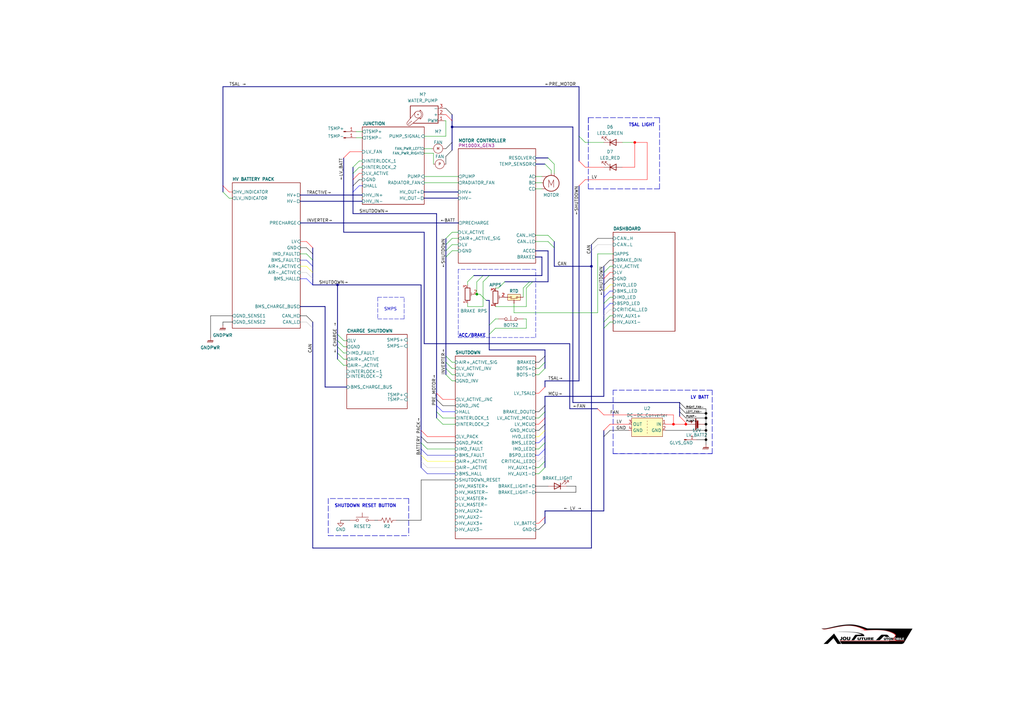
<source format=kicad_sch>
(kicad_sch (version 20211123) (generator eeschema)
  (paper "A3")
  (lib_symbols
    (symbol "A-FA_PARTS:DC-DC_Converter"
      (property "Reference" "U" (at 0 0 0))
      (property "Value" "DC-DC_Converter" (at 0 0 0))
      (symbol "DC-DC_Converter_0_1"
        (rectangle (start -6.35 -2.54) (end 6.35 -10.16) (stroke (width 0.1524)) (fill (type background)))
        (polyline (pts (xy 0 -8.382) (xy 0 -8.89)) (stroke (width 0.1)))
        (polyline (pts (xy 0 -7.239) (xy 0 -7.747)) (stroke (width 0.1)))
        (polyline (pts (xy 0 -6.096) (xy 0 -6.604)) (stroke (width 0.1)))
        (polyline (pts (xy 0 -4.826) (xy 0 -5.334)) (stroke (width 0.1)))
        (polyline (pts (xy 0 -3.683) (xy 0 -4.191)) (stroke (width 0.1)))
        (rectangle (start 5.08 -5.08) (end 5.08 -5.08) (stroke (width 0.1524)))
      )
      (symbol "DC-DC_Converter_1_1"
        (pin passive line (at 7.62 -5.08 180) (length 1.27) (name "IN") (number "1"))
        (pin passive line (at 7.62 -7.62 180) (length 1.27) (name "GND") (number "2"))
        (pin passive line (at -7.62 -5.08 0) (length 1.27) (name "OUT") (number "3"))
        (pin passive line (at -7.62 -7.62 0) (length 1.27) (name "GND") (number "4"))
      )
    )
    (symbol "A-FA_PARTS:FAN" (pin_names (offset 0))
      (property "Reference" "M" (at 1.27 1.27 0))
      (property "Value" "FAN" (at 1.27 -3.81 0))
      (symbol "FAN_0_0"
        (text "M" (at 0 -1.27 900) (effects (font (size 1 1))))
      )
      (symbol "FAN_0_1"
        (circle (center 0 -1.27) (radius 1.888) (stroke (width 0.1524)))
      )
      (symbol "FAN_1_1"
        (pin passive line (at 0 -3.81 90) (length 0.6) (name "") (number ""))
        (pin passive line (at 0 1.27 270) (length 0.6) (name "") (number ""))
      )
    )
    (symbol "A-FA_PARTS:MOTOR" (pin_names (offset 0))
      (property "Reference" "M" (at 2.54 2.54 0))
      (property "Value" "MOTOR" (at 2.54 -5.08 0))
      (symbol "MOTOR_0_0"
        (text "M" (at 0 -1.778 0) (effects (font (size 3 3))))
      )
      (symbol "MOTOR_0_1"
        (circle (center 0 -1.524) (radius 3.2512) (stroke (width 0.254)))
      )
      (symbol "MOTOR_1_0"
        (pin passive line (at -3.81 1.27 0) (length 2.2) (name "") (number ""))
      )
      (symbol "MOTOR_1_1"
        (pin passive line (at -3.81 -3.81 0) (length 1.4) (name "") (number ""))
        (pin passive line (at -3.81 -1.27 0) (length 0.5) (name "") (number ""))
        (pin passive line (at 0 2.54 270) (length 0.8) (name "") (number ""))
        (pin passive line (at 1.27 2.54 270) (length 1) (name "") (number ""))
      )
    )
    (symbol "A-FA_PARTS:PUMP"
      (property "Reference" "M" (at 0 0 0))
      (property "Value" "PUMP" (at 3.556 -7.112 0))
      (symbol "PUMP_0_0"
        (text "P" (at 0 -4.064 900) (effects (font (size 1 1))))
      )
      (symbol "PUMP_0_1"
        (circle (center 0 -4.064) (radius 1.888) (stroke (width 0.1524)))
      )
      (symbol "PUMP_1_1"
        (pin passive line (at 0 -6.604 90) (length 0.6) (name "") (number ""))
        (pin passive line (at 0 -1.524 270) (length 0.6) (name "") (number ""))
      )
    )
    (symbol "A-FA_PARTS:RELAY_SMALL"
      (property "Reference" "U" (at 0 0 0))
      (property "Value" "RELAY_SMALL" (at 0 0 0))
      (symbol "RELAY_SMALL_0_1"
        (rectangle (start -1.27 -1.27) (end 3.81 -3.81) (fill (type background)))
        (circle (center 0 -2.54) (radius 0.3253))
        (polyline (pts (xy 0 -2.8956) (xy 2.6416 -3.2512)))
        (polyline (pts (xy 1.27 -3.7084) (xy 1.27 -3.5814)) (stroke (width 0.05)))
        (polyline (pts (xy 1.27 -3.5052) (xy 1.27 -3.3782)) (stroke (width 0.05)))
        (polyline (pts (xy 1.27 -3.302) (xy 1.27 -3.175)) (stroke (width 0.05)))
        (polyline (pts (xy 3.8608 -2.54) (xy 2.8956 -2.54)))
        (polyline (pts (xy -1.2192 -2.54) (xy -0.3556 -2.54) (xy -0.4064 -2.54)))
        (circle (center 2.54 -2.54) (radius 0.3253))
      )
      (symbol "RELAY_SMALL_1_1"
        (pin input line (at -2.54 -2.54 0) (length 1.27) (name "") (number ""))
        (pin input line (at 1.27 -5.08 90) (length 1.27) (name "") (number ""))
        (pin input line (at 5.08 -2.54 180) (length 1.27) (name "") (number ""))
      )
    )
    (symbol "Connector:Conn_01x01_Male" (pin_names (offset 1.016) hide)
      (property "Reference" "J" (at 0 2.54 0))
      (property "Value" "Conn_01x01_Male" (at 0 -2.54 0))
      (symbol "Conn_01x01_Male_1_1"
        (polyline (pts (xy 1.27 0) (xy 0.8636 0)) (stroke (width 0.1524)))
        (rectangle (start 0.8636 0.127) (end 0 -0.127) (stroke (width 0.1524)) (fill (type outline)))
        (pin passive line (at 5.08 0 180) (length 3.81) (name "Pin_1") (number "1"))
      )
    )
    (symbol "Device:Battery_Cell" (pin_numbers hide) (pin_names (offset 0) hide)
      (property "Reference" "BT" (at 2.54 2.54 0))
      (property "Value" "Battery_Cell" (at 2.54 0 0))
      (symbol "Battery_Cell_0_1"
        (rectangle (start -2.286 1.778) (end 2.286 1.524) (fill (type outline)))
        (rectangle (start -1.5748 1.1938) (end 1.4732 0.6858) (fill (type outline)))
        (polyline (pts (xy 0 0.762) (xy 0 0)))
        (polyline (pts (xy 0 1.778) (xy 0 2.54)))
        (polyline (pts (xy 0.508 3.429) (xy 1.524 3.429)) (stroke (width 0.254)))
        (polyline (pts (xy 1.016 3.937) (xy 1.016 2.921)) (stroke (width 0.254)))
      )
      (symbol "Battery_Cell_1_1"
        (pin passive line (at 0 5.08 270) (length 2.54) (name "+") (number "1"))
        (pin passive line (at 0 -2.54 90) (length 2.54) (name "-") (number "2"))
      )
    )
    (symbol "Device:LED" (pin_numbers hide) (pin_names (offset 1.016) hide)
      (property "Reference" "D" (at 0 2.54 0))
      (property "Value" "LED" (at 0 -2.54 0))
      (symbol "LED_0_1"
        (polyline (pts (xy -1.27 -1.27) (xy -1.27 1.27)) (stroke (width 0.254)))
        (polyline (pts (xy -1.27 0) (xy 1.27 0)))
        (polyline (pts (xy 1.27 -1.27) (xy 1.27 1.27) (xy -1.27 0) (xy 1.27 -1.27)) (stroke (width 0.254)))
        (polyline (pts (xy -3.048 -0.762) (xy -4.572 -2.286) (xy -3.81 -2.286) (xy -4.572 -2.286) (xy -4.572 -1.524)))
        (polyline (pts (xy -1.778 -0.762) (xy -3.302 -2.286) (xy -2.54 -2.286) (xy -3.302 -2.286) (xy -3.302 -1.524)))
      )
      (symbol "LED_1_1"
        (pin passive line (at -3.81 0 0) (length 2.54) (name "K") (number "1"))
        (pin passive line (at 3.81 0 180) (length 2.54) (name "A") (number "2"))
      )
    )
    (symbol "Device:R_Potentiometer_Trim" (pin_names (offset 1.016) hide)
      (property "Reference" "RV" (at -4.445 0 90))
      (property "Value" "R_Potentiometer_Trim" (at -2.54 0 90))
      (symbol "R_Potentiometer_Trim_0_1"
        (polyline (pts (xy 1.524 0.762) (xy 1.524 -0.762)))
        (polyline (pts (xy 2.54 0) (xy 1.524 0)))
        (rectangle (start 1.016 2.54) (end -1.016 -2.54) (stroke (width 0.254)))
      )
      (symbol "R_Potentiometer_Trim_1_1"
        (pin passive line (at 0 3.81 270) (length 1.27) (name "1") (number "1"))
        (pin passive line (at 3.81 0 180) (length 1.27) (name "2") (number "2"))
        (pin passive line (at 0 -3.81 90) (length 1.27) (name "3") (number "3"))
      )
    )
    (symbol "Device:R_US" (pin_numbers hide) (pin_names (offset 0))
      (property "Reference" "R" (at 2.54 0 90))
      (property "Value" "R_US" (at -2.54 0 90))
      (symbol "R_US_0_1"
        (polyline (pts (xy 0 -2.286) (xy 0 -2.54)))
        (polyline (pts (xy 0 2.286) (xy 0 2.54)))
        (polyline (pts (xy 0 -0.762) (xy 1.016 -1.143) (xy 0 -1.524) (xy -1.016 -1.905) (xy 0 -2.286)))
        (polyline (pts (xy 0 0.762) (xy 1.016 0.381) (xy 0 0) (xy -1.016 -0.381) (xy 0 -0.762)))
        (polyline (pts (xy 0 2.286) (xy 1.016 1.905) (xy 0 1.524) (xy -1.016 1.143) (xy 0 0.762)))
      )
      (symbol "R_US_1_1"
        (pin passive line (at 0 3.81 270) (length 1.27) (name "~") (number "1"))
        (pin passive line (at 0 -3.81 90) (length 1.27) (name "~") (number "2"))
      )
    )
    (symbol "Motor:Motor_Servo" (pin_names (offset 0.0254))
      (property "Reference" "M" (at -5.08 4.445 0))
      (property "Value" "Motor_Servo" (at -5.08 -4.064 0))
      (symbol "Motor_Servo_0_1"
        (polyline (pts (xy 2.413 -1.778) (xy 2.032 -1.778)))
        (polyline (pts (xy 2.413 -1.778) (xy 2.286 -1.397)))
        (polyline (pts (xy 2.413 1.778) (xy 1.905 1.778)))
        (polyline (pts (xy 2.413 1.778) (xy 2.286 1.397)))
        (polyline (pts (xy 6.35 4.445) (xy 2.54 1.27)))
        (polyline (pts (xy 7.62 3.175) (xy 4.191 -1.016)))
        (polyline (pts (xy 5.08 3.556) (xy -5.08 3.556) (xy -5.08 -3.556) (xy 6.35 -3.556) (xy 6.35 1.524)) (stroke (width 0.254)))
        (arc (start 2.413 1.778) (mid 1.2406 0) (end 2.413 -1.778))
        (circle (center 3.175 0) (radius 0.1778))
        (circle (center 3.175 0) (radius 1.4224))
        (circle (center 5.969 2.794) (radius 0.127))
        (circle (center 6.477 3.302) (radius 0.127))
        (circle (center 6.985 3.81) (radius 0.127))
        (arc (start 7.62 3.175) (mid 7.4485 4.2735) (end 6.35 4.445))
      )
      (symbol "Motor_Servo_1_1"
        (pin passive line (at -7.62 2.54 0) (length 2.54) (name "PWM") (number "1"))
        (pin passive line (at -7.62 0 0) (length 2.54) (name "+") (number "2"))
        (pin passive line (at -7.62 -2.54 0) (length 2.54) (name "-") (number "3"))
      )
    )
    (symbol "Switch:SW_Push" (pin_numbers hide) (pin_names (offset 1.016) hide)
      (property "Reference" "SW" (at 1.27 2.54 0))
      (property "Value" "SW_Push" (at 0 -1.524 0))
      (symbol "SW_Push_0_1"
        (circle (center -2.032 0) (radius 0.508))
        (polyline (pts (xy 0 1.27) (xy 0 3.048)))
        (polyline (pts (xy 2.54 1.27) (xy -2.54 1.27)))
        (circle (center 2.032 0) (radius 0.508))
        (pin passive line (at -5.08 0 0) (length 2.54) (name "1") (number "1"))
        (pin passive line (at 5.08 0 180) (length 2.54) (name "2") (number "2"))
      )
    )
    (symbol "Switch:SW_Push_Open" (pin_numbers hide) (pin_names (offset 1.016) hide)
      (property "Reference" "SW" (at 0 2.54 0))
      (property "Value" "SW_Push_Open" (at 0 -1.905 0))
      (symbol "SW_Push_Open_0_1"
        (circle (center -2.032 0) (radius 0.508))
        (polyline (pts (xy -2.54 -0.635) (xy 2.54 -0.635)))
        (polyline (pts (xy 0 -0.635) (xy 0 1.27)))
        (circle (center 2.032 0) (radius 0.508))
        (pin passive line (at -5.08 0 0) (length 2.54) (name "A") (number "1"))
      )
      (symbol "SW_Push_Open_1_1"
        (pin passive line (at 5.08 0 180) (length 2.54) (name "B") (number "2"))
      )
    )
    (symbol "power:GND" (power) (pin_names (offset 0))
      (property "Value" "GND" (at 0 -3.81 0))
      (symbol "GND_0_1"
        (polyline (pts (xy 0 0) (xy 0 -1.27) (xy 1.27 -1.27) (xy 0 -2.54) (xy -1.27 -1.27) (xy 0 -1.27)))
      )
      (symbol "GND_1_1"
        (pin power_in line (at 0 0 270) (length 0) hide (name "GND") (number "1"))
      )
    )
    (symbol "power:GNDPWR" (power) (pin_names (offset 0))
      (property "Value" "GNDPWR" (at 0 -3.302 0))
      (symbol "GNDPWR_0_1"
        (polyline (pts (xy 0 -1.27) (xy 0 0)))
        (polyline (pts (xy -1.016 -1.27) (xy -1.27 -2.032) (xy -1.27 -2.032)) (stroke (width 0.2032)))
        (polyline (pts (xy -0.508 -1.27) (xy -0.762 -2.032) (xy -0.762 -2.032)) (stroke (width 0.2032)))
        (polyline (pts (xy 0 -1.27) (xy -0.254 -2.032) (xy -0.254 -2.032)) (stroke (width 0.2032)))
        (polyline (pts (xy 0.508 -1.27) (xy 0.254 -2.032) (xy 0.254 -2.032)) (stroke (width 0.2032)))
        (polyline (pts (xy 1.016 -1.27) (xy -1.016 -1.27) (xy -1.016 -1.27)) (stroke (width 0.2032)))
        (polyline (pts (xy 1.016 -1.27) (xy 0.762 -2.032) (xy 0.762 -2.032) (xy 0.762 -2.032)) (stroke (width 0.2032)))
      )
      (symbol "GNDPWR_1_1"
        (pin power_in line (at 0 0 270) (length 0) hide (name "GNDPWR") (number "1"))
      )
    )
  )
  (junction (at 289.56 180.34) (color 0 0 0 1))
  (junction (at 289.56 171.45) (color 0 0 0 1))
  (junction (at 289.56 173.99) (color 0 0 0 1))
  (junction (at 242.57 109.22))
  (junction (at 195.58 120.65))
  (junction (at 289.56 176.53) (color 0 0 0 1))
  (junction (at 289.56 169.545) (color 0 0 0 1))
  (junction (at 185.42 52.07))
  (junction (at 138.43 116.84))
  (junction (at 276.225 173.99) (color 255 0 0 1))
  (junction (at 260.35 58.42) (color 255 0 0 1))
  (junction (at 281.305 173.99) (color 255 0 0 1))
  (bus_entry (at 125.73 101.6) (size 2.54 2.54) (stroke (width 0) (color 0 0 0 1)))
  (bus_entry (at 125.73 106.68) (size 2.54 2.54) (stroke (width 0) (color 0 0 194 1)))
  (bus_entry (at 125.73 99.06) (size 2.54 2.54) (stroke (width 0) (color 255 0 0 1)))
  (bus_entry (at 125.73 104.14) (size 2.54 2.54))
  (bus_entry (at 125.73 111.76) (size 2.54 2.54) (stroke (width 0) (color 194 194 194 1)))
  (bus_entry (at 125.73 109.22) (size 2.54 2.54) (stroke (width 0) (color 255 255 0 1)))
  (bus_entry (at 203.2 130.81) (size -2.54 2.54))
  (bus_entry (at 147.32 68.58) (size -2.54 2.54))
  (bus_entry (at 250.19 129.54) (size -2.54 2.54))
  (bus_entry (at 223.52 158.75) (size -2.54 2.54) (stroke (width 0) (color 255 0 0 1)))
  (bus_entry (at 240.03 73.66) (size -2.54 2.54) (stroke (width 0) (color 255 0 0 1)))
  (bus_entry (at 147.32 73.66) (size -2.54 2.54) (stroke (width 0) (color 0 0 0 1)))
  (bus_entry (at 224.79 99.06) (size 2.54 2.54))
  (bus_entry (at 194.31 113.03) (size -2.54 2.54))
  (bus_entry (at 198.12 113.03) (size -2.54 2.54))
  (bus_entry (at 200.66 113.03) (size -2.54 2.54))
  (bus_entry (at 223.52 67.31) (size 2.54 2.54))
  (bus_entry (at 223.52 168.91) (size -2.54 2.54) (stroke (width 0) (color 0 132 0 1)))
  (bus_entry (at 223.52 171.45) (size -2.54 2.54) (stroke (width 0) (color 255 0 0 1)))
  (bus_entry (at 223.52 173.99) (size -2.54 2.54) (stroke (width 0) (color 0 0 0 1)))
  (bus_entry (at 223.52 176.53) (size -2.54 2.54) (stroke (width 0) (color 255 255 0 1)))
  (bus_entry (at 223.52 186.69) (size -2.54 2.54) (stroke (width 0) (color 194 194 194 1)))
  (bus_entry (at 223.52 181.61) (size -2.54 2.54))
  (bus_entry (at 223.52 184.15) (size -2.54 2.54) (stroke (width 0) (color 0 0 255 1)))
  (bus_entry (at 223.52 179.07) (size -2.54 2.54) (stroke (width 0) (color 0 0 255 1)))
  (bus_entry (at 138.43 137.16) (size 2.54 2.54))
  (bus_entry (at 223.52 166.37) (size -2.54 2.54) (stroke (width 0) (color 0 0 0 1)))
  (bus_entry (at 185.42 58.42) (size -2.54 2.54) (stroke (width 0) (color 0 0 0 1)))
  (bus_entry (at 179.07 168.91) (size 2.54 2.54))
  (bus_entry (at 172.72 189.23) (size 2.54 2.54) (stroke (width 0) (color 194 194 194 1)))
  (bus_entry (at 179.07 161.29) (size 2.54 2.54) (stroke (width 0) (color 255 0 0 1)))
  (bus_entry (at 179.07 163.83) (size 2.54 2.54) (stroke (width 0) (color 0 0 0 1)))
  (bus_entry (at 196.85 120.65) (size 2.54 2.54))
  (bus_entry (at 147.32 76.2) (size -2.54 2.54) (stroke (width 0) (color 0 0 255 1)))
  (bus_entry (at 147.32 66.04) (size -2.54 2.54))
  (bus_entry (at 185.42 49.53) (size -2.54 -2.54) (stroke (width 0) (color 255 0 0 1)))
  (bus_entry (at 278.765 165.1) (size 2.54 2.54) (stroke (width 0) (color 0 0 0 1)))
  (bus_entry (at 172.72 179.07) (size 2.54 2.54) (stroke (width 0) (color 0 0 0 1)))
  (bus_entry (at 245.11 167.64) (size 2.54 2.54) (stroke (width 0) (color 255 0 0 1)))
  (bus_entry (at 250.19 176.53) (size -2.54 2.54) (stroke (width 0) (color 0 0 0 1)))
  (bus_entry (at 250.19 132.08) (size -2.54 2.54))
  (bus_entry (at 172.72 191.77) (size 2.54 2.54) (stroke (width 0) (color 0 0 194 1)))
  (bus_entry (at 223.52 214.63) (size -2.54 2.54) (stroke (width 0) (color 0 0 0 1)))
  (bus_entry (at 220.98 214.63) (size 2.54 -2.54) (stroke (width 0) (color 255 0 0 1)))
  (bus_entry (at 505.46 110.49) (size 2.54 2.54))
  (bus_entry (at 147.32 71.12) (size -2.54 2.54) (stroke (width 0) (color 255 0 0 1)))
  (bus_entry (at 223.52 189.23) (size -2.54 2.54))
  (bus_entry (at 185.42 46.99) (size -2.54 -2.54) (stroke (width 0) (color 0 0 0 1)))
  (bus_entry (at 245.11 97.79) (size -2.54 2.54) (stroke (width 0) (color 0 0 0 1)))
  (bus_entry (at 245.11 100.33) (size -2.54 2.54) (stroke (width 0) (color 194 194 194 1)))
  (bus_entry (at 172.72 181.61) (size 2.54 2.54))
  (bus_entry (at 250.19 106.68) (size -2.54 2.54) (stroke (width 0) (color 0 0 0 1)))
  (bus_entry (at 179.07 166.37) (size 2.54 2.54) (stroke (width 0) (color 0 0 255 1)))
  (bus_entry (at 250.19 119.38) (size -2.54 2.54) (stroke (width 0) (color 0 0 255 1)))
  (bus_entry (at 250.19 121.92) (size -2.54 2.54))
  (bus_entry (at 250.19 116.84) (size -2.54 2.54) (stroke (width 0) (color 255 255 0 1)))
  (bus_entry (at 250.19 109.22) (size -2.54 2.54))
  (bus_entry (at 250.19 111.76) (size -2.54 2.54) (stroke (width 0) (color 255 0 0 1)))
  (bus_entry (at 250.19 114.3) (size -2.54 2.54) (stroke (width 0) (color 0 0 0 1)))
  (bus_entry (at 250.19 124.46) (size -2.54 2.54) (stroke (width 0) (color 0 0 255 1)))
  (bus_entry (at 250.19 127) (size -2.54 2.54) (stroke (width 0) (color 194 194 194 1)))
  (bus_entry (at 278.765 170.815) (size 2.54 2.54) (stroke (width 0) (color 255 0 0 1)))
  (bus_entry (at 240.03 68.58) (size -2.54 -2.54) (stroke (width 0) (color 255 0 0 1)))
  (bus_entry (at 125.73 129.54) (size 2.54 2.54) (stroke (width 0) (color 0 0 0 1)))
  (bus_entry (at 125.73 132.08) (size 2.54 2.54) (stroke (width 0) (color 194 194 194 1)))
  (bus_entry (at 240.03 58.42) (size -2.54 -2.54))
  (bus_entry (at 91.44 78.74) (size 2.54 2.54))
  (bus_entry (at 91.44 76.2) (size 2.54 2.54) (stroke (width 0) (color 255 0 0 1)))
  (bus_entry (at 138.43 147.32) (size 2.54 2.54))
  (bus_entry (at 138.43 144.78) (size 2.54 2.54))
  (bus_entry (at 138.43 142.24) (size 2.54 2.54))
  (bus_entry (at 138.43 139.7) (size 2.54 2.54))
  (bus_entry (at 172.72 176.53) (size 2.54 2.54) (stroke (width 0) (color 255 0 0 1)))
  (bus_entry (at 172.72 184.15) (size 2.54 2.54) (stroke (width 0) (color 0 0 194 1)))
  (bus_entry (at 217.17 115.57) (size -2.54 2.54))
  (bus_entry (at 218.44 115.57) (size -2.54 2.54))
  (bus_entry (at 278.765 168.91) (size 2.54 2.54) (stroke (width 0) (color 0 0 0 1)))
  (bus_entry (at 182.88 148.59) (size 2.54 2.54))
  (bus_entry (at 182.88 146.05) (size 2.54 2.54))
  (bus_entry (at 182.88 151.13) (size 2.54 2.54))
  (bus_entry (at 182.88 153.67) (size 2.54 2.54))
  (bus_entry (at 207.01 115.57) (size -2.54 2.54))
  (bus_entry (at 250.19 173.99) (size -2.54 2.54) (stroke (width 0) (color 255 0 0 1)))
  (bus_entry (at 185.42 95.25) (size -2.54 2.54))
  (bus_entry (at 185.42 100.33) (size -2.54 2.54))
  (bus_entry (at 185.42 97.79) (size -2.54 2.54))
  (bus_entry (at 179.07 171.45) (size 2.54 2.54))
  (bus_entry (at 125.73 114.3) (size 2.54 2.54) (stroke (width 0) (color 0 0 255 1)))
  (bus_entry (at 143.51 62.23) (size -2.54 2.54) (stroke (width 0) (color 255 0 0 1)))
  (bus_entry (at 223.52 151.13) (size -2.54 2.54))
  (bus_entry (at 223.52 148.59) (size -2.54 2.54))
  (bus_entry (at 172.72 186.69) (size 2.54 2.54) (stroke (width 0) (color 255 255 0 1)))
  (bus_entry (at 185.42 61.595) (size -2.54 2.54) (stroke (width 0) (color 0 0 0 1)))
  (bus_entry (at 224.79 96.52) (size 2.54 2.54))
  (bus_entry (at 224.79 64.77) (size 2.54 2.54))
  (bus_entry (at 278.765 167.005) (size 2.54 2.54) (stroke (width 0) (color 0 0 0 1)))
  (bus_entry (at 203.2 134.62) (size -2.54 2.54))
  (bus_entry (at 185.42 102.87) (size -2.54 2.54))
  (bus_entry (at 223.52 146.05) (size -2.54 2.54) (stroke (width 0) (color 0 0 0 1)))
  (bus_entry (at 223.52 191.77) (size -2.54 2.54))
  (bus (pts (xy 223.52 166.37) (xy 223.52 168.91)))
  (bus (pts (xy 144.78 76.2) (xy 144.78 78.74)))
  (wire (pts (xy 203.2 134.62) (xy 215.9 134.62)))
  (bus (pts (xy 234.95 52.07) (xy 234.95 165.1)))
  (bus (pts (xy 247.65 179.07) (xy 247.65 209.55)))
  (wire (pts (xy 123.19 129.54) (xy 125.73 129.54)) (stroke (width 0) (color 0 0 0 1)))
  (bus (pts (xy 222.25 105.41) (xy 222.25 113.03)))
  (bus (pts (xy 200.66 143.51) (xy 223.52 143.51)))
  (wire (pts (xy 250.19 111.76) (xy 251.46 111.76)) (stroke (width 0) (color 255 0 0 1)))
  (bus (pts (xy 223.52 143.51) (xy 223.52 146.05)))
  (polyline (pts (xy 134.62 204.47) (xy 134.62 219.71)) (stroke (width 0.2)))
  (wire (pts (xy 215.9 118.11) (xy 215.9 125.73)))
  (bus (pts (xy 128.27 134.62) (xy 128.27 224.79)))
  (wire (pts (xy 182.88 49.53) (xy 182.88 55.88)))
  (wire (pts (xy 182.245 46.99) (xy 182.88 46.99)) (stroke (width 0) (color 255 0 0 1)))
  (polyline (pts (xy 292.1 186.055) (xy 292.1 160.02)) (stroke (width 0.2)))
  (bus (pts (xy 182.88 146.05) (xy 182.88 148.59)))
  (bus (pts (xy 233.68 167.64) (xy 233.68 140.97)))
  (wire (pts (xy 219.71 189.23) (xy 220.98 189.23)) (stroke (width 0) (color 194 194 194 1)))
  (wire (pts (xy 250.19 121.92) (xy 251.46 121.92)))
  (wire (pts (xy 182.245 60.96) (xy 182.88 60.96)) (stroke (width 0) (color 0 0 0 1)))
  (bus (pts (xy 173.99 81.28) (xy 187.96 81.28)))
  (wire (pts (xy 273.05 176.53) (xy 289.56 176.53)) (stroke (width 0) (color 0 0 0 1)))
  (wire (pts (xy 219.71 72.39) (xy 222.25 72.39)))
  (wire (pts (xy 198.12 115.57) (xy 198.12 125.73)))
  (bus (pts (xy 247.65 127) (xy 247.65 129.54)))
  (wire (pts (xy 195.58 115.57) (xy 195.58 120.65)))
  (wire (pts (xy 245.11 100.33) (xy 251.46 100.33)) (stroke (width 0) (color 194 194 194 1)))
  (bus (pts (xy 172.72 176.53) (xy 172.72 179.07)))
  (bus (pts (xy 278.765 168.91) (xy 278.765 170.815)))
  (wire (pts (xy 191.77 125.73) (xy 191.77 124.46)))
  (wire (pts (xy 175.26 179.07) (xy 186.69 179.07)) (stroke (width 0) (color 255 0 0 1)))
  (wire (pts (xy 219.71 74.93) (xy 222.25 74.93)))
  (bus (pts (xy 223.52 212.09) (xy 223.52 214.63)))
  (wire (pts (xy 219.71 173.99) (xy 220.98 173.99)) (stroke (width 0) (color 255 0 0 1)))
  (wire (pts (xy 123.19 104.14) (xy 125.73 104.14)))
  (bus (pts (xy 172.72 189.23) (xy 172.72 191.77)))
  (wire (pts (xy 182.88 55.88) (xy 173.99 55.88)))
  (wire (pts (xy 143.51 62.23) (xy 148.59 62.23)) (stroke (width 0) (color 255 0 0 1)))
  (bus (pts (xy 138.43 137.16) (xy 138.43 139.7)))
  (wire (pts (xy 185.42 153.67) (xy 186.69 153.67)))
  (bus (pts (xy 138.43 144.78) (xy 138.43 147.32)))
  (bus (pts (xy 227.33 101.6) (xy 227.33 109.22)))
  (wire (pts (xy 173.99 72.39) (xy 187.96 72.39)))
  (bus (pts (xy 247.65 132.08) (xy 247.65 134.62)))
  (wire (pts (xy 285.75 180.34) (xy 289.56 180.34)) (stroke (width 0) (color 0 0 0 1)))
  (wire (pts (xy 260.35 58.42) (xy 265.43 58.42)) (stroke (width 0) (color 255 0 0 1)))
  (polyline (pts (xy 219.71 110.49) (xy 215.9 110.49)))
  (bus (pts (xy 223.52 209.55) (xy 247.65 209.55)))
  (polyline (pts (xy 187.96 138.43) (xy 219.71 138.43)))
  (wire (pts (xy 281.305 167.64) (xy 289.56 167.64)) (stroke (width 0) (color 0 0 0 1)))
  (bus (pts (xy 144.78 87.63) (xy 179.07 87.63)))
  (wire (pts (xy 140.97 149.86) (xy 142.24 149.86)))
  (wire (pts (xy 182.245 49.53) (xy 182.88 49.53)))
  (wire (pts (xy 219.71 184.15) (xy 220.98 184.15)))
  (polyline (pts (xy 270.51 77.47) (xy 270.51 48.26)) (stroke (width 0.2)))
  (bus (pts (xy 138.43 116.84) (xy 138.43 137.16)))
  (wire (pts (xy 153.67 213.36) (xy 154.94 213.36)) (stroke (width 0) (color 0 0 0 1)))
  (bus (pts (xy 172.72 181.61) (xy 172.72 184.15)))
  (bus (pts (xy 234.95 165.1) (xy 278.765 165.1)))
  (bus (pts (xy 247.65 121.92) (xy 247.65 124.46)))
  (wire (pts (xy 219.71 217.17) (xy 220.98 217.17)) (stroke (width 0) (color 0 0 0 1)))
  (wire (pts (xy 181.61 173.99) (xy 186.69 173.99)))
  (wire (pts (xy 185.42 95.25) (xy 187.96 95.25)))
  (bus (pts (xy 123.19 125.73) (xy 133.35 125.73)))
  (bus (pts (xy 247.65 134.62) (xy 247.65 162.56)))
  (wire (pts (xy 289.56 176.53) (xy 289.56 180.34)) (stroke (width 0) (color 0 0 0 1)))
  (wire (pts (xy 95.25 129.54) (xy 86.36 129.54)) (stroke (width 0) (color 0 0 0 1)))
  (polyline (pts (xy 241.3 48.26) (xy 241.3 57.15)) (stroke (width 0.2)))
  (wire (pts (xy 250.19 124.46) (xy 251.46 124.46)) (stroke (width 0) (color 0 0 255 1)))
  (bus (pts (xy 223.52 184.15) (xy 223.52 181.61)))
  (bus (pts (xy 223.52 146.05) (xy 223.52 148.59)))
  (polyline (pts (xy 241.3 77.47) (xy 270.51 77.47)) (stroke (width 0.2)))
  (bus (pts (xy 223.52 162.56) (xy 223.52 166.37)))
  (bus (pts (xy 140.97 95.25) (xy 173.99 95.25)))
  (bus (pts (xy 233.68 167.64) (xy 245.11 167.64)))
  (wire (pts (xy 250.19 109.22) (xy 251.46 109.22)))
  (bus (pts (xy 123.19 82.55) (xy 148.59 82.55)))
  (wire (pts (xy 140.97 144.78) (xy 142.24 144.78)))
  (bus (pts (xy 219.71 67.31) (xy 223.52 67.31)))
  (bus (pts (xy 144.78 73.66) (xy 144.78 76.2)))
  (wire (pts (xy 185.42 151.13) (xy 186.69 151.13)))
  (bus (pts (xy 133.35 125.73) (xy 133.35 158.75)))
  (wire (pts (xy 219.71 99.06) (xy 224.79 99.06)))
  (polyline (pts (xy 167.64 204.47) (xy 167.64 219.71)) (stroke (width 0.2)))
  (bus (pts (xy 182.88 97.79) (xy 182.88 100.33)))
  (wire (pts (xy 219.71 214.63) (xy 220.98 214.63)) (stroke (width 0) (color 255 0 0 1)))
  (bus (pts (xy 223.52 179.07) (xy 223.52 176.53)))
  (bus (pts (xy 182.88 151.13) (xy 182.88 153.67)))
  (wire (pts (xy 289.56 169.545) (xy 289.56 171.45)) (stroke (width 0) (color 0 0 0 1)))
  (polyline (pts (xy 219.71 138.43) (xy 219.71 110.49)))
  (bus (pts (xy 128.27 224.79) (xy 242.57 224.79)))
  (bus (pts (xy 237.49 76.2) (xy 237.49 156.21)))
  (bus (pts (xy 237.49 156.21) (xy 223.52 156.21)))
  (bus (pts (xy 200.66 123.19) (xy 200.66 133.35)))
  (bus (pts (xy 185.42 52.07) (xy 234.95 52.07)))
  (bus (pts (xy 128.27 132.08) (xy 128.27 134.62)))
  (wire (pts (xy 147.32 71.12) (xy 148.59 71.12)) (stroke (width 0) (color 255 0 0 1)))
  (wire (pts (xy 219.71 153.67) (xy 220.98 153.67)))
  (bus (pts (xy 128.27 114.3) (xy 128.27 116.84)))
  (bus (pts (xy 128.27 101.6) (xy 128.27 104.14)))
  (wire (pts (xy 240.03 58.42) (xy 247.65 58.42)))
  (bus (pts (xy 128.27 109.22) (xy 128.27 111.76)))
  (bus (pts (xy 223.52 186.69) (xy 223.52 184.15)))
  (wire (pts (xy 91.44 132.08) (xy 91.44 133.35)) (stroke (width 0) (color 0 0 0 1)))
  (bus (pts (xy 198.12 113.03) (xy 200.66 113.03)))
  (bus (pts (xy 128.27 106.68) (xy 128.27 109.22)))
  (wire (pts (xy 175.26 194.31) (xy 186.69 194.31)) (stroke (width 0) (color 0 0 194 1)))
  (wire (pts (xy 191.77 115.57) (xy 191.77 116.84)))
  (wire (pts (xy 147.32 76.2) (xy 148.59 76.2)) (stroke (width 0) (color 0 0 255 1)))
  (bus (pts (xy 237.49 35.56) (xy 237.49 55.88)))
  (wire (pts (xy 86.36 129.54) (xy 86.36 138.43)) (stroke (width 0) (color 0 0 0 1)))
  (bus (pts (xy 182.88 148.59) (xy 182.88 151.13)))
  (wire (pts (xy 93.98 78.74) (xy 95.25 78.74)) (stroke (width 0) (color 255 0 0 1)))
  (polyline (pts (xy 154.94 130.81) (xy 165.735 130.81)))
  (bus (pts (xy 247.65 114.3) (xy 247.65 116.84)))
  (wire (pts (xy 175.26 186.69) (xy 186.69 186.69)) (stroke (width 0) (color 0 0 194 1)))
  (wire (pts (xy 273.05 173.99) (xy 276.225 173.99)) (stroke (width 0) (color 255 0 0 1)))
  (polyline (pts (xy 251.46 186.055) (xy 251.46 160.02)) (stroke (width 0.2)))
  (wire (pts (xy 289.56 173.99) (xy 289.56 176.53)) (stroke (width 0) (color 0 0 0 1)))
  (wire (pts (xy 219.71 168.91) (xy 220.98 168.91)) (stroke (width 0) (color 0 0 0 1)))
  (bus (pts (xy 185.42 46.99) (xy 185.42 49.53)))
  (wire (pts (xy 219.71 151.13) (xy 220.98 151.13)))
  (polyline (pts (xy 251.46 186.055) (xy 292.1 186.055)) (stroke (width 0.2)))
  (bus (pts (xy 227.33 109.22) (xy 242.57 109.22)))
  (wire (pts (xy 236.22 201.93) (xy 219.71 201.93)) (stroke (width 0) (color 0 0 0 1)))
  (bus (pts (xy 247.65 116.84) (xy 247.65 119.38)))
  (bus (pts (xy 172.72 186.69) (xy 172.72 189.23)))
  (bus (pts (xy 247.65 109.22) (xy 247.65 111.76)))
  (bus (pts (xy 194.31 113.03) (xy 198.12 113.03)))
  (bus (pts (xy 200.66 113.03) (xy 222.25 113.03)))
  (wire (pts (xy 123.19 114.3) (xy 125.73 114.3)) (stroke (width 0) (color 0 0 255 1)))
  (polyline (pts (xy 292.1 160.02) (xy 251.46 160.02)) (stroke (width 0.2)))
  (bus (pts (xy 242.57 100.33) (xy 242.57 102.87)))
  (polyline (pts (xy 215.9 110.49) (xy 187.96 110.49)))
  (polyline (pts (xy 154.94 121.92) (xy 154.94 130.81)))
  (wire (pts (xy 219.71 77.47) (xy 222.25 77.47)))
  (bus (pts (xy 185.42 52.07) (xy 185.42 58.42)))
  (bus (pts (xy 223.52 173.99) (xy 223.52 171.45)))
  (bus (pts (xy 138.43 139.7) (xy 138.43 142.24)))
  (bus (pts (xy 138.43 142.24) (xy 138.43 144.78)))
  (bus (pts (xy 128.27 104.14) (xy 128.27 106.68)))
  (bus (pts (xy 223.52 181.61) (xy 223.52 179.07)))
  (bus (pts (xy 278.765 165.1) (xy 278.765 167.005)))
  (wire (pts (xy 219.71 179.07) (xy 220.98 179.07)) (stroke (width 0) (color 255 255 0 1)))
  (wire (pts (xy 214.63 118.11) (xy 214.63 121.92)))
  (bus (pts (xy 144.78 78.74) (xy 144.78 80.01)))
  (wire (pts (xy 181.61 166.37) (xy 186.69 166.37)) (stroke (width 0) (color 0 0 0 1)))
  (bus (pts (xy 227.33 99.06) (xy 227.33 101.6)))
  (bus (pts (xy 219.71 105.41) (xy 222.25 105.41)))
  (wire (pts (xy 175.26 181.61) (xy 186.69 181.61)) (stroke (width 0) (color 0 0 0 1)))
  (wire (pts (xy 175.26 184.15) (xy 186.69 184.15)))
  (polyline (pts (xy 270.51 48.26) (xy 241.3 48.26)) (stroke (width 0.2)))
  (bus (pts (xy 223.52 148.59) (xy 223.52 151.13)))
  (wire (pts (xy 250.19 127) (xy 251.46 127)) (stroke (width 0) (color 194 194 194 1)))
  (polyline (pts (xy 165.735 121.92) (xy 154.94 121.92)))
  (bus (pts (xy 247.65 111.76) (xy 247.65 114.3)))
  (polyline (pts (xy 165.735 130.81) (xy 165.735 121.92)))
  (wire (pts (xy 186.69 196.85) (xy 172.72 196.85)) (stroke (width 0) (color 0 0 0 1)))
  (wire (pts (xy 250.19 114.3) (xy 251.46 114.3)) (stroke (width 0) (color 0 0 0 1)))
  (polyline (pts (xy 241.3 48.26) (xy 241.3 77.47)) (stroke (width 0.2)))
  (wire (pts (xy 250.19 116.84) (xy 251.46 116.84)) (stroke (width 0) (color 255 255 0 1)))
  (wire (pts (xy 232.41 199.39) (xy 236.22 199.39)) (stroke (width 0) (color 0 0 0 1)))
  (bus (pts (xy 185.42 58.42) (xy 185.42 61.595)))
  (wire (pts (xy 250.19 173.99) (xy 257.81 173.99)) (stroke (width 0) (color 255 0 0 1)))
  (wire (pts (xy 250.19 119.38) (xy 251.46 119.38)) (stroke (width 0) (color 0 0 255 1)))
  (wire (pts (xy 245.11 104.14) (xy 245.11 128.27)))
  (wire (pts (xy 182.245 44.45) (xy 182.88 44.45)) (stroke (width 0) (color 0 0 0 1)))
  (wire (pts (xy 181.61 171.45) (xy 186.69 171.45)))
  (wire (pts (xy 250.19 129.54) (xy 251.46 129.54)))
  (wire (pts (xy 147.32 66.04) (xy 148.59 66.04)))
  (bus (pts (xy 242.57 102.87) (xy 242.57 109.22)))
  (wire (pts (xy 185.42 148.59) (xy 186.69 148.59)))
  (wire (pts (xy 250.19 106.68) (xy 251.46 106.68)) (stroke (width 0) (color 0 0 0 1)))
  (bus (pts (xy 200.66 137.16) (xy 200.66 143.51)))
  (wire (pts (xy 123.19 111.76) (xy 125.73 111.76)) (stroke (width 0) (color 194 194 194 1)))
  (bus (pts (xy 218.44 115.57) (xy 224.79 115.57)))
  (bus (pts (xy 144.78 71.12) (xy 144.78 73.66)))
  (wire (pts (xy 276.225 173.99) (xy 281.305 173.99)) (stroke (width 0) (color 255 0 0 1)))
  (wire (pts (xy 226.06 69.85) (xy 226.06 71.12)))
  (wire (pts (xy 281.305 171.45) (xy 289.56 171.45)) (stroke (width 0) (color 0 0 0 1)))
  (bus (pts (xy 91.44 35.56) (xy 237.49 35.56)))
  (bus (pts (xy 179.07 168.91) (xy 179.07 171.45)))
  (bus (pts (xy 144.78 68.58) (xy 144.78 71.12)))
  (bus (pts (xy 144.78 80.01) (xy 148.59 80.01)))
  (wire (pts (xy 172.72 196.85) (xy 172.72 213.36)) (stroke (width 0) (color 0 0 0 1)))
  (bus (pts (xy 278.765 167.005) (xy 278.765 168.91)))
  (bus (pts (xy 133.35 158.75) (xy 142.24 158.75)))
  (bus (pts (xy 140.97 64.77) (xy 140.97 95.25)))
  (polyline (pts (xy 292.1 186.055) (xy 251.46 186.055)) (stroke (width 0.2)))
  (wire (pts (xy 281.305 173.99) (xy 281.94 173.99)) (stroke (width 0) (color 255 0 0 1)))
  (bus (pts (xy 247.65 162.56) (xy 223.52 162.56)))
  (bus (pts (xy 179.07 166.37) (xy 179.07 163.83)))
  (wire (pts (xy 260.35 58.42) (xy 255.27 58.42)))
  (wire (pts (xy 250.19 132.08) (xy 251.46 132.08)))
  (bus (pts (xy 128.27 116.84) (xy 138.43 116.84)))
  (bus (pts (xy 144.78 80.01) (xy 144.78 87.63)))
  (wire (pts (xy 289.56 167.64) (xy 289.56 169.545)) (stroke (width 0) (color 0 0 0 1)))
  (bus (pts (xy 247.65 129.54) (xy 247.65 132.08)))
  (wire (pts (xy 281.305 173.355) (xy 281.305 173.99)) (stroke (width 0) (color 255 0 0 1)))
  (wire (pts (xy 173.99 60.96) (xy 177.165 60.96)))
  (bus (pts (xy 247.65 124.46) (xy 247.65 127)))
  (wire (pts (xy 245.11 97.79) (xy 251.46 97.79)) (stroke (width 0) (color 0 0 0 1)))
  (bus (pts (xy 138.43 116.84) (xy 172.72 116.84)))
  (bus (pts (xy 223.52 171.45) (xy 223.52 168.91)))
  (bus (pts (xy 247.65 119.38) (xy 247.65 121.92)))
  (bus (pts (xy 223.52 209.55) (xy 223.52 212.09)))
  (wire (pts (xy 181.61 163.83) (xy 186.69 163.83)) (stroke (width 0) (color 255 0 0 1)))
  (wire (pts (xy 215.9 130.81) (xy 215.9 134.62)))
  (wire (pts (xy 182.88 64.135) (xy 182.88 67.31)) (stroke (width 0) (color 0 0 0 1)))
  (wire (pts (xy 276.225 170.18) (xy 276.225 173.99)) (stroke (width 0) (color 255 0 0 1)))
  (wire (pts (xy 219.71 176.53) (xy 220.98 176.53)) (stroke (width 0) (color 0 0 0 1)))
  (bus (pts (xy 200.66 133.35) (xy 200.66 137.16)))
  (wire (pts (xy 219.71 191.77) (xy 220.98 191.77)))
  (wire (pts (xy 177.8 62.865) (xy 177.8 67.31)))
  (wire (pts (xy 173.99 62.865) (xy 177.8 62.865)))
  (bus (pts (xy 173.99 140.97) (xy 173.99 95.25)))
  (wire (pts (xy 140.97 147.32) (xy 142.24 147.32)))
  (wire (pts (xy 236.22 199.39) (xy 236.22 201.93)) (stroke (width 0) (color 0 0 0 1)))
  (bus (pts (xy 182.88 102.87) (xy 182.88 105.41)))
  (wire (pts (xy 215.9 125.73) (xy 203.2 125.73)))
  (bus (pts (xy 223.52 176.53) (xy 223.52 173.99)))
  (wire (pts (xy 219.71 181.61) (xy 220.98 181.61)) (stroke (width 0) (color 0 0 255 1)))
  (bus (pts (xy 172.72 179.07) (xy 172.72 181.61)))
  (wire (pts (xy 123.19 99.06) (xy 125.73 99.06)) (stroke (width 0) (color 255 0 0 1)))
  (bus (pts (xy 172.72 184.15) (xy 172.72 186.69)))
  (wire (pts (xy 123.19 101.6) (xy 125.73 101.6)) (stroke (width 0) (color 0 0 0 1)))
  (wire (pts (xy 260.35 68.58) (xy 260.35 58.42)) (stroke (width 0) (color 255 0 0 1)))
  (bus (pts (xy 233.68 140.97) (xy 173.99 140.97)))
  (bus (pts (xy 247.65 179.07) (xy 247.65 176.53)))
  (bus (pts (xy 123.19 80.01) (xy 144.78 80.01)))
  (wire (pts (xy 219.71 186.69) (xy 220.98 186.69)) (stroke (width 0) (color 0 0 255 1)))
  (wire (pts (xy 198.12 125.73) (xy 191.77 125.73)))
  (wire (pts (xy 162.56 213.36) (xy 172.72 213.36)) (stroke (width 0) (color 0 0 0 1)))
  (bus (pts (xy 123.19 91.44) (xy 187.96 91.44)))
  (bus (pts (xy 172.72 116.84) (xy 172.72 176.53)))
  (bus (pts (xy 207.01 115.57) (xy 217.17 115.57)))
  (wire (pts (xy 214.63 130.81) (xy 215.9 130.81)))
  (bus (pts (xy 224.79 102.87) (xy 224.79 115.57)))
  (wire (pts (xy 185.42 97.79) (xy 187.96 97.79)))
  (wire (pts (xy 227.33 67.31) (xy 227.33 71.12)))
  (bus (pts (xy 223.52 156.21) (xy 223.52 158.75)))
  (wire (pts (xy 219.71 194.31) (xy 220.98 194.31)))
  (bus (pts (xy 91.44 76.2) (xy 91.44 78.74)))
  (bus (pts (xy 182.88 100.33) (xy 182.88 102.87)))
  (bus (pts (xy 185.42 49.53) (xy 185.42 52.07)))
  (bus (pts (xy 219.71 102.87) (xy 224.79 102.87)))
  (wire (pts (xy 146.05 53.975) (xy 148.59 53.975)))
  (wire (pts (xy 139.7 213.36) (xy 143.51 213.36)) (stroke (width 0) (color 0 0 0 1)))
  (polyline (pts (xy 134.62 219.71) (xy 167.64 219.71)) (stroke (width 0.2)))
  (wire (pts (xy 173.99 74.93) (xy 187.96 74.93)))
  (wire (pts (xy 185.42 100.33) (xy 187.96 100.33)))
  (wire (pts (xy 219.71 199.39) (xy 224.79 199.39)) (stroke (width 0) (color 0 0 0 1)))
  (wire (pts (xy 123.19 109.22) (xy 125.73 109.22)) (stroke (width 0) (color 255 255 0 1)))
  (wire (pts (xy 219.71 96.52) (xy 224.79 96.52)))
  (wire (pts (xy 147.32 68.58) (xy 148.59 68.58)))
  (wire (pts (xy 219.71 161.29) (xy 220.98 161.29)) (stroke (width 0) (color 255 0 0 1)))
  (wire (pts (xy 203.2 130.81) (xy 204.47 130.81)))
  (bus (pts (xy 223.52 186.69) (xy 223.52 189.23)))
  (wire (pts (xy 123.19 106.68) (xy 125.73 106.68)) (stroke (width 0) (color 0 0 194 1)))
  (wire (pts (xy 247.65 170.18) (xy 276.225 170.18)) (stroke (width 0) (color 255 0 0 1)))
  (wire (pts (xy 175.26 191.77) (xy 186.69 191.77)) (stroke (width 0) (color 194 194 194 1)))
  (wire (pts (xy 147.32 73.66) (xy 148.59 73.66)) (stroke (width 0) (color 0 0 0 1)))
  (bus (pts (xy 91.44 35.56) (xy 91.44 76.2)))
  (wire (pts (xy 185.42 156.21) (xy 186.69 156.21)))
  (bus (pts (xy 179.07 163.83) (xy 179.07 161.29)))
  (bus (pts (xy 182.88 105.41) (xy 182.88 146.05)))
  (bus (pts (xy 237.49 55.88) (xy 237.49 66.04)))
  (wire (pts (xy 255.27 68.58) (xy 260.35 68.58)) (stroke (width 0) (color 255 0 0 1)))
  (wire (pts (xy 210.82 128.27) (xy 245.11 128.27)))
  (wire (pts (xy 123.19 132.08) (xy 125.73 132.08)) (stroke (width 0) (color 194 194 194 1)))
  (bus (pts (xy 223.52 189.23) (xy 223.52 191.77)))
  (wire (pts (xy 93.98 81.28) (xy 95.25 81.28)))
  (wire (pts (xy 95.25 132.08) (xy 91.44 132.08)) (stroke (width 0) (color 0 0 0 1)))
  (wire (pts (xy 250.19 176.53) (xy 257.81 176.53)) (stroke (width 0) (color 0 0 0 1)))
  (wire (pts (xy 140.97 142.24) (xy 142.24 142.24)))
  (wire (pts (xy 219.71 148.59) (xy 220.98 148.59)) (stroke (width 0) (color 0 0 0 1)))
  (polyline (pts (xy 167.64 204.47) (xy 134.62 204.47)) (stroke (width 0.2)))
  (bus (pts (xy 128.27 111.76) (xy 128.27 114.3)))
  (bus (pts (xy 199.39 123.19) (xy 200.66 123.19)))
  (wire (pts (xy 210.82 128.27) (xy 210.82 124.46)))
  (polyline (pts (xy 187.96 110.49) (xy 187.96 138.43)))
  (wire (pts (xy 203.2 118.11) (xy 204.47 118.11)))
  (wire (pts (xy 289.56 180.34) (xy 289.56 182.245)) (stroke (width 0) (color 0 0 0 1)))
  (wire (pts (xy 240.03 73.66) (xy 265.43 73.66)) (stroke (width 0) (color 255 0 0 1)))
  (bus (pts (xy 179.07 87.63) (xy 179.07 161.29)))
  (wire (pts (xy 240.03 68.58) (xy 247.65 68.58)) (stroke (width 0) (color 255 0 0 1)))
  (wire (pts (xy 175.26 189.23) (xy 186.69 189.23)) (stroke (width 0) (color 255 255 0 1)))
  (wire (pts (xy 185.42 102.87) (xy 187.96 102.87)))
  (wire (pts (xy 195.58 120.65) (xy 196.85 120.65)))
  (bus (pts (xy 219.71 64.77) (xy 224.79 64.77)))
  (wire (pts (xy 181.61 168.91) (xy 186.69 168.91)) (stroke (width 0) (color 0 0 255 1)))
  (bus (pts (xy 173.99 78.74) (xy 187.96 78.74)))
  (wire (pts (xy 281.305 169.545) (xy 289.56 169.545)) (stroke (width 0) (color 0 0 0 1)))
  (wire (pts (xy 140.97 139.7) (xy 142.24 139.7)))
  (wire (pts (xy 219.71 171.45) (xy 220.98 171.45)) (stroke (width 0) (color 0 132 0 1)))
  (wire (pts (xy 251.46 104.14) (xy 245.11 104.14)))
  (bus (pts (xy 217.17 115.57) (xy 218.44 115.57)))
  (wire (pts (xy 146.05 56.515) (xy 148.59 56.515)))
  (bus (pts (xy 179.07 166.37) (xy 179.07 168.91)))
  (bus (pts (xy 242.57 109.22) (xy 242.57 224.79)))
  (wire (pts (xy 265.43 58.42) (xy 265.43 73.66)) (stroke (width 0) (color 255 0 0 1)))
  (wire (pts (xy 289.56 171.45) (xy 289.56 173.99)) (stroke (width 0) (color 0 0 0 1)))
  (image (at 355.6 260.35) (scale 0.873159))
  (text "SHUTDOWN RESET BUTTON\n" (at 137.16 208.28 0) (effects (font (size 1.27 1.27) bold) (justify left bottom)))
  (text "SMPS\n" (at 157.48 127.635 0) (effects (font (size 1.27 1.27)) (justify left bottom)))
  (text "ACC/BRAKE" (at 199.39 138.43 180) (effects (font (size 1.27 1.27) (thickness 0.254) bold) (justify right bottom)))
  (text "LV BATT" (at 290.83 163.83 180) (effects (font (size 1.27 1.27) (thickness 0.254) bold) (justify right bottom)))
  (text "TSAL LIGHT" (at 257.81 52.07 0) (effects (font (size 1.27 1.27) bold) (justify left bottom)))
  (label "← CHARGE →" (at 138.43 144.78 90))
  (label "←SHUTDOWN" (at 182.88 97.79 270))
  (label "← LV →" (at 231.14 209.55 0))
  (label "INVERTER→" (at 182.88 153.67 90))
  (label "PUMP+" (at 281.305 173.355 0) (effects (font (size 0.8 0.8))))
  (label "←BATT" (at 186.69 91.44 180))
  (label "FAN" (at 250.19 170.18 0))
  (label "PRE_MOTOR→" (at 179.07 166.37 90))
  (label "BATTERY PACK→" (at 172.72 186.69 90))
  (label "CAN" (at 242.57 100.33 270))
  (label "LV" (at 252.73 173.99 0))
  (label "SHUTDOWN→" (at 147.32 87.63 0))
  (label "TSAL →" (at 93.98 35.56 0))
  (label "CAN" (at 228.6 109.22 0))
  (label "GND" (at 252.73 176.53 0))
  (label "TRACTIVE→" (at 125.73 80.01 0))
  (label "TSAL→" (at 224.79 156.21 0))
  (label "←PRE_MOTOR" (at 236.22 35.56 180))
  (label "LV" (at 242.57 73.66 0))
  (label "PUMP-" (at 281.305 171.45 0) (effects (font (size 0.8 0.8))))
  (label "INVERTER→" (at 125.73 91.44 0))
  (label "MCU→" (at 224.79 162.56 0))
  (label "LEFT_FAN-" (at 281.305 169.545 0) (effects (font (size 0.8 0.8))))
  (label "←SHUTDOWN" (at 247.65 109.22 270))
  (label "RIGHT_FAN-" (at 281.305 167.64 0) (effects (font (size 0.8 0.8))))
  (label "←SHUTDOWN" (at 237.49 76.2 270))
  (label "←FAN" (at 234.95 167.64 0))
  (label "CAN" (at 128.27 144.78 90))
  (label "←LV_BATT" (at 140.97 64.77 270))
  (label "SHUTDOWN→" (at 130.81 116.84 0))
  (symbol (lib_id "Device:R_Potentiometer_Trim") (at 191.77 120.65 0) (mirror x) (unit 1)
    (property "Reference" "RV2" (effects hide))
    (property "Value" "BRAKE RPS" (at 194.31 128.27 0) (effects (justify top)))
  )
  (symbol (lib_id "Device:LED") (at 251.46 68.58 0) (mirror x) (unit 1)
    (property "Reference" "D7" (at 250.19 62.23 0))
    (property "Value" "LED_RED" (at 250.19 64.77 0))
  )
  (symbol (lib_id "Switch:SW_Push_Open") (at 209.55 130.81 0) (unit 1)
    (property "Reference" "BOTS2" (at 209.55 133.35 0))
    (property "Value" "SW_DPST_x2" (effects hide))
  )
  (symbol (lib_id "Device:LED") (at 251.46 58.42 0) (mirror x) (unit 1)
    (property "Reference" "D6" (at 250.19 52.07 0))
    (property "Value" "LED_GREEN" (at 250.19 54.61 0))
  )
  (symbol (lib_id "Device:Battery_Cell") (at 287.02 173.99 90) (unit 1)
    (property "Reference" "LV_BATT2" (at 285.75 178.435 90))
    (property "Value" "12V" (at 285.75 176.53 90))
  )
  (symbol (lib_id "A-FA_PARTS:PUMP") (at 176.276 67.31 90) (unit 1)
    (property "Reference" "M3" (effects hide))
    (property "Value" "FAN" (at 180.34 63.5 90) (effects (justify bottom)))
  )
  (symbol (lib_id "power:GNDPWR") (at 91.44 133.35 0) (unit 1)
    (property "Reference" "#PWR0101" (effects hide))
    (property "Value" "GNDPWR" (at 91.313 137.5061 0))
  )
  (symbol (lib_id "A-FA_PARTS:RELAY_SMALL") (at 212.09 119.38 0) (mirror y) (unit 1)
    (property "Reference" "U4" (effects hide))
    (property "Value" "RTD" (at 210.82 119.38 0))
  )
  (symbol (lib_id "Motor:Motor_Servo") (at 174.625 46.99 180) (unit 1)
    (property "Reference" "M?" (at 173.3661 38.735 0))
    (property "Value" "WATER_PUMP" (at 173.3661 41.275 0))
    (property "Datasheet" "http://forums.parallax.com/uploads/attachments/46831/74481.png" (effects hide))
  )
  (symbol (lib_id "Connector:Conn_01x01_Male") (at 140.97 53.975 0) (unit 1)
    (property "Reference" "Jw2" (effects hide))
    (property "Value" "TSMP+" (at 137.795 52.705 0))
  )
  (symbol (lib_id "power:GNDPWR") (at 86.36 138.43 0) (unit 1)
    (property "Reference" "#PWR0102" (effects hide))
    (property "Value" "GNDPWR" (at 86.233 142.5861 0))
  )
  (symbol (lib_id "Connector:Conn_01x01_Male") (at 140.97 56.515 0) (unit 1)
    (property "Reference" "J2" (effects hide))
    (property "Value" "TSMP-" (at 137.795 55.88 0))
  )
  (symbol (lib_id "Device:LED") (at 228.6 199.39 180) (unit 1)
    (property "Reference" "BRAKE_LIGHT2" (effects hide))
    (property "Value" "BRAKE_LIGHT" (at 228.6 196.85 0) (effects (justify top)))
  )
  (symbol (lib_id "A-FA_PARTS:DC-DC_Converter") (at 265.43 168.91 0) (unit 1)
    (property "Reference" "U2" (at 265.43 167.5343 0))
    (property "Value" "DC-DC_Converter" (at 265.43 170.3094 0))
  )
  (symbol (lib_id "Connector:Conn_01x01_Male") (at 280.67 180.34 0) (unit 1)
    (property "Reference" "Jw3" (effects hide))
    (property "Value" "GLVS_GND" (at 279.4 181.61 0))
  )
  (symbol (lib_id "Device:R_Potentiometer_Trim") (at 203.2 121.92 0) (mirror x) (unit 1)
    (property "Reference" "RV3" (effects hide))
    (property "Value" "APPS" (at 203.2 116.84 0))
  )
  (symbol (lib_id "Device:R_US") (at 158.75 213.36 90) (unit 1)
    (property "Reference" "R2" (at 158.75 215.9 90))
    (property "Value" "R_US" (effects hide))
  )
  (symbol (lib_id "A-FA_PARTS:MOTOR") (at 226.06 73.66 0) (unit 1)
    (property "Reference" "M2" (effects hide))
    (property "Value" "MOTOR" (at 226.06 80.01 0))
  )
  (symbol (lib_id "power:GNDPWR") (at 289.56 182.245 0) (unit 1)
    (property "Reference" "#PWR04" (effects hide))
    (property "Value" "GNDPWR" (effects hide))
  )
  (symbol (lib_id "A-FA_PARTS:FAN") (at 178.435 60.96 90) (unit 1)
    (property "Reference" "M?" (at 179.705 53.975 90))
    (property "Value" "FAN" (at 179.705 58.42 90))
  )
  (symbol (lib_id "power:GND") (at 139.7 213.36 0) (unit 1)
    (property "Reference" "#PWR0103" (effects hide))
    (property "Value" "GND" (at 139.7 217.17 0))
  )
  (symbol (lib_id "Switch:SW_Push") (at 148.59 213.36 0) (unit 1)
    (property "Reference" "RESET2" (at 148.59 215.9 0))
    (property "Value" "SW_DPST_x2" (effects hide))
  )
  (sheet (at 187.96 60.96) (size 31.75 46.99) (stroke (width 0.1524))
    (property "Sheet name" "MOTOR CONTROLLER" (at 187.96 58.42 0) (effects (font bold) (justify left bottom)))
    (property "Sheet file" "MOTOR_CONTROLLER.kicad_sch" (effects hide))
    (property "Model" "PM100DX_GEN3" (at 187.96 59.69 0) (effects (justify left)))
    (pin "HV+" input (at 187.96 78.74 180))
    (pin "HV-" input (at 187.96 81.28 180))
    (pin "LV" input (at 187.96 100.33 180))
    (pin "LV_ACTIVE" input (at 187.96 95.25 180))
    (pin "AIR+_ACTIVE_SIG" output (at 187.96 97.79 180))
    (pin "PRECHARGE" output (at 187.96 91.44 180))
    (pin "GND" input (at 187.96 102.87 180))
    (pin "CAN＿H" output (at 219.71 96.52 0))
    (pin "CAN＿L" output (at 219.71 99.06 0))
    (pin "ACC" output (at 219.71 102.87 0))
    (pin "A" output (at 219.71 72.39 0))
    (pin "B" output (at 219.71 74.93 0))
    (pin "C" output (at 219.71 77.47 0))
    (pin "PUMP" output (at 187.96 72.39 180))
    (pin "RADIATOR_FAN" output (at 187.96 74.93 180))
    (pin "RESOLVER" input (at 219.71 64.77 0))
    (pin "TEMP_SENSOR" input (at 219.71 67.31 0))
    (pin "BRAKE" output (at 219.71 105.41 0))
  )
  (sheet (at 95.25 74.93) (size 27.94 59.69) (stroke (width 0.1524))
    (property "Sheet name" "HV BATTERY PACK" (at 95.25 74.2184 0) (effects (font bold) (justify left bottom)))
    (property "Sheet file" "HV_BATTERY_PACK.kicad_sch" (effects hide))
    (pin "PRECHARGE" input (at 123.19 91.44 0))
    (pin "CAN_H" output (at 123.19 129.54 0))
    (pin "CAN_L" output (at 123.19 132.08 0))
    (pin "BMS_CHARGE_BUS" output (at 123.19 125.73 0))
    (pin "GND" input (at 123.19 101.6 0))
    (pin "LV" input (at 123.19 99.06 0))
    (pin "IMD_FAULT" output (at 123.19 104.14 0))
    (pin "AIR-_ACTIVE" input (at 123.19 111.76 0))
    (pin "AIR+_ACTIVE" input (at 123.19 109.22 0))
    (pin "BMS_FAULT" output (at 123.19 106.68 0))
    (pin "HV+" output (at 123.19 80.01 0))
    (pin "HV-" output (at 123.19 82.55 0))
    (pin "GND_SENSE2" output (at 95.25 132.08 180))
    (pin "LV_INDICATOR" output (at 95.25 81.28 180))
    (pin "HV_INDICATOR" output (at 95.25 78.74 180))
    (pin "GND_SENSE1" output (at 95.25 129.54 180))
    (pin "BMS_HALL" output (at 123.19 114.3 0))
  )
  (sheet (at 251.46 95.25) (size 25.4 40.64) (stroke (width 0.1524))
    (property "Sheet name" "DASHBOARD" (at 251.46 94.5384 0) (effects (font bold) (justify left bottom)))
    (property "Sheet file" "DASHBOARD.kicad_sch" (effects hide))
    (pin "ＣＡＮ＿Ｈ" input (at 251.46 97.79 180))
    (pin "ＣＡＮ＿Ｌ" input (at 251.46 100.33 180))
    (pin "CRITICAL_LED" input (at 251.46 127 180))
    (pin "IMD_LED" input (at 251.46 121.92 180))
    (pin "BMS_LED" input (at 251.46 119.38 180))
    (pin "HVD_LED" input (at 251.46 116.84 180))
    (pin "BSPD_LED" input (at 251.46 124.46 180))
    (pin "LV_ACTIVE" input (at 251.46 109.22 180))
    (pin "LV" input (at 251.46 111.76 180))
    (pin "BRAKE_DIN" output (at 251.46 106.68 180))
    (pin "GND" input (at 251.46 114.3 180))
    (pin "APPS" output (at 251.46 104.14 180))
    (pin "HV_AUX1+" input (at 251.46 129.54 180))
    (pin "HV_AUX1-" input (at 251.46 132.08 180))
  )
  (sheet (at 148.59 52.07) (size 25.4 31.75) (stroke (width 0.1524))
    (property "Sheet name" "JUNCTION" (at 148.59 51.435 0) (effects (font bold) (justify left bottom)))
    (property "Sheet file" "JUNCTION.kicad_sch" (effects hide))
    (pin "HV_OUT-" output (at 173.99 81.28 0))
    (pin "HV_OUT+" output (at 173.99 78.74 0))
    (pin "HV_IN+" input (at 148.59 80.01 180))
    (pin "HV_IN-" input (at 148.59 82.55 180))
    (pin "GND" input (at 148.59 73.66 180))
    (pin "LV_ACTIVE" input (at 148.59 71.12 180))
    (pin "RADIATOR_FAN" input (at 173.99 74.93 0))
    (pin "HALL" output (at 148.59 76.2 180))
    (pin "PUMP" input (at 173.99 72.39 0))
    (pin "TSMP+" output (at 148.59 53.975 180))
    (pin "TSMP-" output (at 148.59 56.515 180))
    (pin "INTERLOCK_2" input (at 148.59 68.58 180))
    (pin "INTERLOCK_1" input (at 148.59 66.04 180))
    (pin "PUMP_SIGNAL" input (at 173.99 55.88 0))
    (pin "LV_FAN" input (at 148.59 62.23 180))
    (pin "FAN_PWR_LEFT" output (at 173.99 60.96 0) (effects (font (size 1 1))))
    (pin "FAN_PWR_RIGHT" output (at 173.99 62.865 0) (effects (font (size 1 1))))
  )
  (sheet (at 186.69 146.05) (size 33.02 74.93) (stroke (width 0.1524))
    (property "Sheet name" "SHUTDOWN" (at 186.69 145.3384 0) (effects (font bold) (justify left bottom)))
    (property "Sheet file" "SHUTDOWN.kicad_sch" (effects hide))
    (pin "LV_BATT" input (at 219.71 214.63 0))
    (pin "BMS_FAULT" input (at 186.69 186.69 180))
    (pin "IMD_FAULT" input (at 186.69 184.15 180))
    (pin "AIR+_ACTIVE" output (at 186.69 189.23 180))
    (pin "AIR+_ACTIVE_SIG" input (at 186.69 148.59 180))
    (pin "GND" input (at 219.71 217.17 0))
    (pin "CRITICAL_LED" output (at 219.71 189.23 0))
    (pin "SHUTDOWN_RESET" input (at 186.69 196.85 180))
    (pin "BSPD_LED" output (at 219.71 186.69 0))
    (pin "BMS_LED" output (at 219.71 181.61 0))
    (pin "IMD_LED" output (at 219.71 184.15 0))
    (pin "HVD_LED" output (at 219.71 179.07 0))
    (pin "LV_INV" output (at 186.69 153.67 180))
    (pin "LV_ACTIVE_INV" output (at 186.69 151.13 180))
    (pin "LV_ACTIVE_JNC" output (at 186.69 163.83 180))
    (pin "GND_INV" output (at 186.69 156.21 180))
    (pin "GND_JNC" output (at 186.69 166.37 180))
    (pin "LV_TSAL" output (at 219.71 161.29 0))
    (pin "AIR-_ACTIVE" output (at 186.69 191.77 180))
    (pin "LV_PACK" output (at 186.69 179.07 180))
    (pin "GND_PACK" output (at 186.69 181.61 180))
    (pin "LV_ACTIVE_MCU" output (at 219.71 171.45 0))
    (pin "GND_MCU" output (at 219.71 176.53 0))
    (pin "LV_MCU" output (at 219.71 173.99 0))
    (pin "HALL" input (at 186.69 168.91 180))
    (pin "INTERLOCK_1" output (at 186.69 171.45 180))
    (pin "INTERLOCK_2" output (at 186.69 173.99 180))
    (pin "BRAKE_DOUT" output (at 219.71 168.91 0))
    (pin "BRAKE" output (at 219.71 148.59 0))
    (pin "HV_AUX1+" output (at 219.71 191.77 0))
    (pin "HV_AUX1-" output (at 219.71 194.31 0))
    (pin "HV_MASTER+" input (at 186.69 199.39 180))
    (pin "HV_MASTER-" input (at 186.69 201.93 180))
    (pin "HV_AUX3-" input (at 186.69 217.17 180))
    (pin "LV_MASTER-" input (at 186.69 207.01 180))
    (pin "LV_MASTER+" input (at 186.69 204.47 180))
    (pin "HV_AUX2+" input (at 186.69 209.55 180))
    (pin "HV_AUX2-" input (at 186.69 212.09 180))
    (pin "HV_AUX3+" input (at 186.69 214.63 180))
    (pin "BOTS-" output (at 219.71 153.67 0))
    (pin "BOTS+" output (at 219.71 151.13 0))
    (pin "BRAKE_LIGHT+" output (at 219.71 199.39 0))
    (pin "BRAKE_LIGHT-" output (at 219.71 201.93 0))
    (pin "BMS_HALL" input (at 186.69 194.31 180))
  )
  (sheet (at 142.24 137.16) (size 24.765 30.48) (stroke (width 0.1524))
    (property "Sheet name" "CHARGE SHUTDOWN" (at 142.24 136.4484 0) (effects (font bold) (justify left bottom)))
    (property "Sheet file" "CHARGE_SHUTDOWN.kicad_sch" (effects hide))
    (pin "LV" output (at 142.24 139.7 180))
    (pin "GND" output (at 142.24 142.24 180))
    (pin "IMD_FAULT" input (at 142.24 144.78 180))
    (pin "AIR+_ACTIVE" output (at 142.24 147.32 180))
    (pin "AIR-_ACTIVE" output (at 142.24 149.86 180))
    (pin "BMS_CHARGE_BUS" input (at 142.24 158.75 180))
    (pin "INTERLOCK-2" input (at 142.24 154.305 180))
    (pin "INTERLOCK-1" input (at 142.24 152.4 180))
    (pin "TSMP-" input (at 167.005 163.83 0))
    (pin "TSMP+" input (at 167.005 161.925 0))
    (pin "SMPS+" input (at 167.005 139.3825 0))
    (pin "SMPS-" input (at 167.005 141.9225 0))
  )
)
</source>
